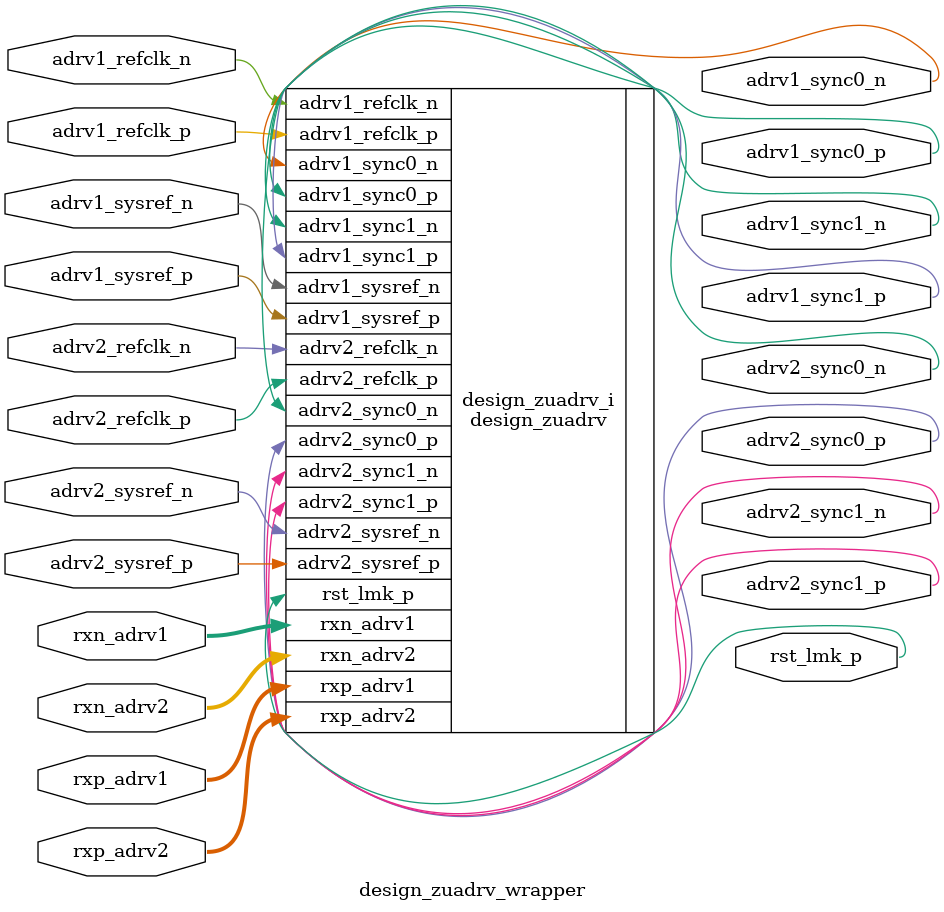
<source format=v>
`timescale 1 ps / 1 ps

module design_zuadrv_wrapper
   (adrv1_refclk_n,
    adrv1_refclk_p,
    adrv1_sync0_n,
    adrv1_sync0_p,
    adrv1_sync1_n,
    adrv1_sync1_p,
    adrv1_sysref_n,
    adrv1_sysref_p,
    adrv2_refclk_n,
    adrv2_refclk_p,
    adrv2_sync0_n,
    adrv2_sync0_p,
    adrv2_sync1_n,
    adrv2_sync1_p,
    adrv2_sysref_n,
    adrv2_sysref_p,
    rst_lmk_p,
    rxn_adrv1,
    rxn_adrv2,
    rxp_adrv1,
    rxp_adrv2);
  input adrv1_refclk_n;
  input adrv1_refclk_p;
  output [0:0]adrv1_sync0_n;
  output [0:0]adrv1_sync0_p;
  output [0:0]adrv1_sync1_n;
  output [0:0]adrv1_sync1_p;
  input [0:0]adrv1_sysref_n;
  input [0:0]adrv1_sysref_p;
  input adrv2_refclk_n;
  input adrv2_refclk_p;
  output [0:0]adrv2_sync0_n;
  output [0:0]adrv2_sync0_p;
  output [0:0]adrv2_sync1_n;
  output [0:0]adrv2_sync1_p;
  input [0:0]adrv2_sysref_n;
  input [0:0]adrv2_sysref_p;
  output [0:0]rst_lmk_p;
  input [3:0]rxn_adrv1;
  input [3:0]rxn_adrv2;
  input [3:0]rxp_adrv1;
  input [3:0]rxp_adrv2;

  wire adrv1_refclk_n;
  wire adrv1_refclk_p;
  wire [0:0]adrv1_sync0_n;
  wire [0:0]adrv1_sync0_p;
  wire [0:0]adrv1_sync1_n;
  wire [0:0]adrv1_sync1_p;
  wire [0:0]adrv1_sysref_n;
  wire [0:0]adrv1_sysref_p;
  wire adrv2_refclk_n;
  wire adrv2_refclk_p;
  wire [0:0]adrv2_sync0_n;
  wire [0:0]adrv2_sync0_p;
  wire [0:0]adrv2_sync1_n;
  wire [0:0]adrv2_sync1_p;
  wire [0:0]adrv2_sysref_n;
  wire [0:0]adrv2_sysref_p;
  wire [0:0]rst_lmk_p;
  wire [3:0]rxn_adrv1;
  wire [3:0]rxn_adrv2;
  wire [3:0]rxp_adrv1;
  wire [3:0]rxp_adrv2;

  design_zuadrv design_zuadrv_i
       (.adrv1_refclk_n(adrv1_refclk_n),
        .adrv1_refclk_p(adrv1_refclk_p),
        .adrv1_sync0_n(adrv1_sync0_n),
        .adrv1_sync0_p(adrv1_sync0_p),
        .adrv1_sync1_n(adrv1_sync1_n),
        .adrv1_sync1_p(adrv1_sync1_p),
        .adrv1_sysref_n(adrv1_sysref_n),
        .adrv1_sysref_p(adrv1_sysref_p),
        .adrv2_refclk_n(adrv2_refclk_n),
        .adrv2_refclk_p(adrv2_refclk_p),
        .adrv2_sync0_n(adrv2_sync0_n),
        .adrv2_sync0_p(adrv2_sync0_p),
        .adrv2_sync1_n(adrv2_sync1_n),
        .adrv2_sync1_p(adrv2_sync1_p),
        .adrv2_sysref_n(adrv2_sysref_n),
        .adrv2_sysref_p(adrv2_sysref_p),
        .rst_lmk_p(rst_lmk_p),
        .rxn_adrv1(rxn_adrv1),
        .rxn_adrv2(rxn_adrv2),
        .rxp_adrv1(rxp_adrv1),
        .rxp_adrv2(rxp_adrv2));
endmodule

</source>
